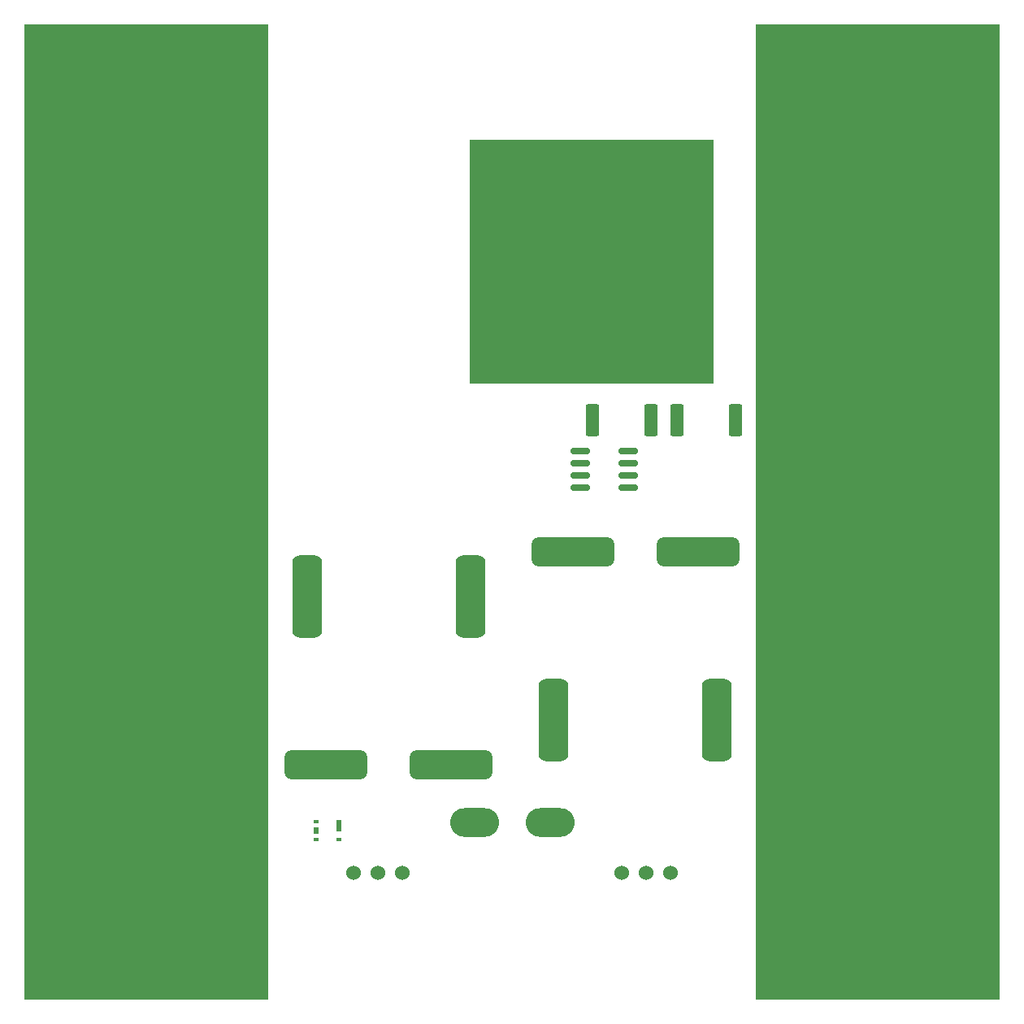
<source format=gbr>
%TF.GenerationSoftware,KiCad,Pcbnew,7.0.2*%
%TF.CreationDate,2024-03-28T22:10:04-05:00*%
%TF.ProjectId,Relay_board_hardware,52656c61-795f-4626-9f61-72645f686172,rev?*%
%TF.SameCoordinates,Original*%
%TF.FileFunction,Soldermask,Top*%
%TF.FilePolarity,Negative*%
%FSLAX46Y46*%
G04 Gerber Fmt 4.6, Leading zero omitted, Abs format (unit mm)*
G04 Created by KiCad (PCBNEW 7.0.2) date 2024-03-28 22:10:04*
%MOMM*%
%LPD*%
G01*
G04 APERTURE LIST*
G04 Aperture macros list*
%AMRoundRect*
0 Rectangle with rounded corners*
0 $1 Rounding radius*
0 $2 $3 $4 $5 $6 $7 $8 $9 X,Y pos of 4 corners*
0 Add a 4 corners polygon primitive as box body*
4,1,4,$2,$3,$4,$5,$6,$7,$8,$9,$2,$3,0*
0 Add four circle primitives for the rounded corners*
1,1,$1+$1,$2,$3*
1,1,$1+$1,$4,$5*
1,1,$1+$1,$6,$7*
1,1,$1+$1,$8,$9*
0 Add four rect primitives between the rounded corners*
20,1,$1+$1,$2,$3,$4,$5,0*
20,1,$1+$1,$4,$5,$6,$7,0*
20,1,$1+$1,$6,$7,$8,$9,0*
20,1,$1+$1,$8,$9,$2,$3,0*%
G04 Aperture macros list end*
%ADD10O,5.100000X3.000000*%
%ADD11R,25.400000X50.800000*%
%ADD12RoundRect,0.249999X0.450001X1.425001X-0.450001X1.425001X-0.450001X-1.425001X0.450001X-1.425001X0*%
%ADD13RoundRect,0.775000X-3.525000X0.775000X-3.525000X-0.775000X3.525000X-0.775000X3.525000X0.775000X0*%
%ADD14RoundRect,0.775000X0.775000X3.525000X-0.775000X3.525000X-0.775000X-3.525000X0.775000X-3.525000X0*%
%ADD15RoundRect,0.775000X-0.775000X-3.525000X0.775000X-3.525000X0.775000X3.525000X-0.775000X3.525000X0*%
%ADD16C,1.524000*%
%ADD17R,0.500000X0.400000*%
%ADD18R,0.500000X0.750000*%
%ADD19R,0.500000X1.300000*%
%ADD20RoundRect,0.150000X0.825000X0.150000X-0.825000X0.150000X-0.825000X-0.150000X0.825000X-0.150000X0*%
%ADD21RoundRect,0.775000X3.525000X-0.775000X3.525000X0.775000X-3.525000X0.775000X-3.525000X-0.775000X0*%
%ADD22R,25.400000X25.400000*%
G04 APERTURE END LIST*
D10*
%TO.C,Conn1*%
X148463000Y-133922800D03*
X156337000Y-133922800D03*
%TD*%
D11*
%TO.C,V3*%
X114300000Y-76200000D03*
%TD*%
D12*
%TO.C,R2*%
X166880000Y-92075000D03*
X160780000Y-92075000D03*
%TD*%
D13*
%TO.C,K1*%
X158754000Y-105740000D03*
X171754000Y-105740000D03*
D14*
X173754000Y-123240000D03*
D15*
X156754000Y-123240000D03*
%TD*%
D16*
%TO.C,Conn2*%
X168910000Y-139192000D03*
X166370000Y-139192000D03*
X163830000Y-139192000D03*
%TD*%
D17*
%TO.C,IC1*%
X131953000Y-133863000D03*
D18*
X131953000Y-134813000D03*
D17*
X131953000Y-135763000D03*
X134353000Y-135763000D03*
D19*
X134353000Y-134313000D03*
%TD*%
D11*
%TO.C,V5*%
X114300000Y-127000000D03*
%TD*%
%TO.C,V2*%
X190500000Y-76200000D03*
%TD*%
D16*
%TO.C,Conn3*%
X140970000Y-139192000D03*
X138430000Y-139192000D03*
X135890000Y-139192000D03*
%TD*%
D20*
%TO.C,U1*%
X164465000Y-99060000D03*
X164465000Y-97790000D03*
X164465000Y-96520000D03*
X164465000Y-95250000D03*
X159515000Y-95250000D03*
X159515000Y-96520000D03*
X159515000Y-97790000D03*
X159515000Y-99060000D03*
%TD*%
D11*
%TO.C,V4*%
X190500000Y-127000000D03*
%TD*%
D21*
%TO.C,K2*%
X146046000Y-127940000D03*
X133046000Y-127940000D03*
D15*
X131046000Y-110440000D03*
D14*
X148046000Y-110440000D03*
%TD*%
D12*
%TO.C,R1*%
X175645000Y-92075000D03*
X169545000Y-92075000D03*
%TD*%
D22*
%TO.C,V1*%
X160655000Y-75565000D03*
%TD*%
M02*

</source>
